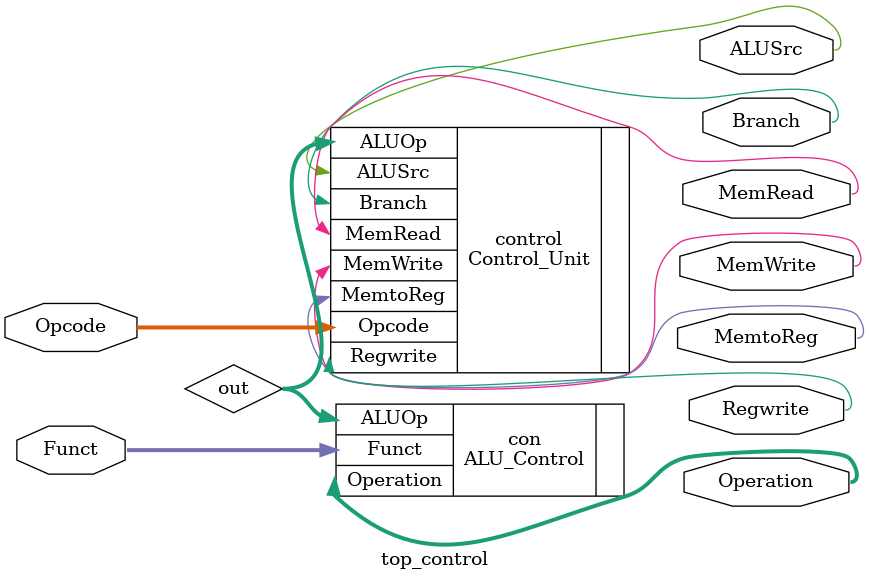
<source format=v>
module top_control
(
	input [6:0] Opcode,
	input [3:0] Funct,
	output Branch,MemRead,MemtoReg,MemWrite,ALUSrc,Regwrite,
	output  [3:0] Operation
);
	wire [1:0]out;
	
	
	Control_Unit control
	(
		.Opcode(Opcode),
		.Branch(Branch),
		.MemRead(MemRead),
		.MemtoReg(MemtoReg),
		.MemWrite(MemWrite),
		.ALUSrc(ALUSrc),
		.Regwrite(Regwrite),
		.ALUOp(out)
	);
	
	ALU_Control con
	(
		.Funct(Funct),
		.ALUOp(out),
		.Operation(Operation)
	);
endmodule

</source>
